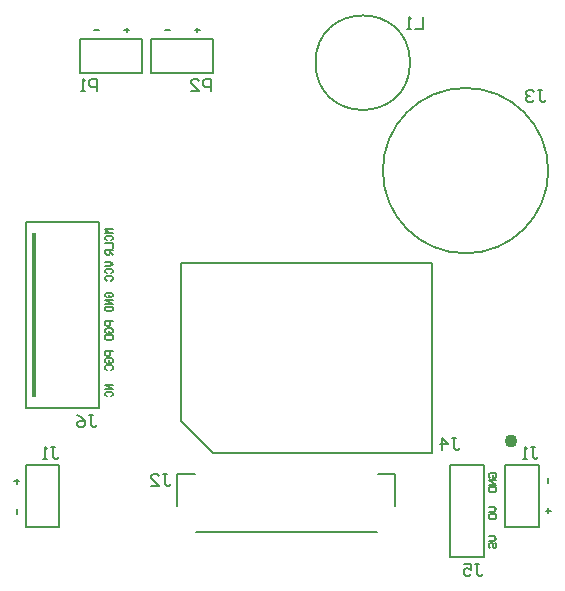
<source format=gbo>
G04 Layer_Color=32896*
%FSLAX44Y44*%
%MOMM*%
G71*
G01*
G75*
%ADD17C,0.2000*%
%ADD47C,1.1000*%
%ADD48R,0.3000X14.0000*%
%ADD49C,0.1500*%
D17*
X465000Y367000D02*
G03*
X465000Y367000I-70000J0D01*
G01*
X348000Y458400D02*
G03*
X348000Y458400I-40000J0D01*
G01*
X22776Y117462D02*
X51224D01*
Y65000D02*
Y117462D01*
X22776Y65000D02*
X51224D01*
X22776D02*
Y117462D01*
X428776Y65538D02*
X457224D01*
X428776D02*
Y118000D01*
X457224D01*
Y65538D02*
Y118000D01*
X320700Y110000D02*
X335700D01*
X150700D02*
X165700D01*
X166700Y61000D02*
X319700D01*
X150700Y83000D02*
Y110000D01*
X335700Y83000D02*
Y110000D01*
X181250Y127750D02*
X367000D01*
X154250Y154750D02*
X181250Y127750D01*
X154250Y154750D02*
Y289000D01*
X367000Y127750D02*
Y289000D01*
X154250D02*
X367000D01*
X381776Y117462D02*
X410224D01*
Y39738D02*
Y117462D01*
X381776Y39738D02*
X410224D01*
X381776D02*
Y117462D01*
X23266Y165760D02*
X84734D01*
Y323240D01*
X23266D02*
X84734D01*
X23266Y165760D02*
Y323240D01*
X121462Y449776D02*
Y478224D01*
X69000Y449776D02*
X121462D01*
X69000D02*
Y478224D01*
X121462D01*
X181462Y449776D02*
Y478224D01*
X129000Y449776D02*
X181462D01*
X129000D02*
Y478224D01*
X181462D01*
X403335Y33997D02*
X406668D01*
X405002D01*
Y25666D01*
X406668Y24000D01*
X408334D01*
X410000Y25666D01*
X393339Y33997D02*
X400003D01*
Y28998D01*
X396671Y30665D01*
X395005D01*
X393339Y28998D01*
Y25666D01*
X395005Y24000D01*
X398337D01*
X400003Y25666D01*
X456335Y434997D02*
X459668D01*
X458002D01*
Y426666D01*
X459668Y425000D01*
X461334D01*
X463000Y426666D01*
X453003Y433331D02*
X451337Y434997D01*
X448005D01*
X446339Y433331D01*
Y431665D01*
X448005Y429998D01*
X449671D01*
X448005D01*
X446339Y428332D01*
Y426666D01*
X448005Y425000D01*
X451337D01*
X453003Y426666D01*
X450085Y132997D02*
X453418D01*
X451752D01*
Y124666D01*
X453418Y123000D01*
X455084D01*
X456750Y124666D01*
X446753Y123000D02*
X443421D01*
X445087D01*
Y132997D01*
X446753Y131331D01*
X43836Y132997D02*
X47168D01*
X45502D01*
Y124666D01*
X47168Y123000D01*
X48834D01*
X50500Y124666D01*
X40503Y123000D02*
X37171D01*
X38837D01*
Y132997D01*
X40503Y131331D01*
X179500Y434250D02*
Y444247D01*
X174502D01*
X172836Y442581D01*
Y439248D01*
X174502Y437582D01*
X179500D01*
X162839Y434250D02*
X169503D01*
X162839Y440914D01*
Y442581D01*
X164505Y444247D01*
X167837D01*
X169503Y442581D01*
X82750Y434250D02*
Y444247D01*
X77752D01*
X76086Y442581D01*
Y439248D01*
X77752Y437582D01*
X82750D01*
X72753Y434250D02*
X69421D01*
X71087D01*
Y444247D01*
X72753Y442581D01*
X359000Y496997D02*
Y487000D01*
X352336D01*
X349003D02*
X345671D01*
X347337D01*
Y496997D01*
X349003Y495331D01*
X76335Y159997D02*
X79668D01*
X78001D01*
Y151666D01*
X79668Y150000D01*
X81334D01*
X83000Y151666D01*
X66339Y159997D02*
X69671Y158330D01*
X73003Y154998D01*
Y151666D01*
X71337Y150000D01*
X68005D01*
X66339Y151666D01*
Y153332D01*
X68005Y154998D01*
X73003D01*
X383586Y140247D02*
X386918D01*
X385252D01*
Y131916D01*
X386918Y130250D01*
X388584D01*
X390250Y131916D01*
X375255Y130250D02*
Y140247D01*
X380253Y135248D01*
X373589D01*
X139086Y109997D02*
X142418D01*
X140752D01*
Y101666D01*
X142418Y100000D01*
X144084D01*
X145750Y101666D01*
X129089Y100000D02*
X135753D01*
X129089Y106664D01*
Y108331D01*
X130755Y109997D01*
X134087D01*
X135753Y108331D01*
D47*
X433400Y138000D02*
D03*
D48*
X30000Y244500D02*
D03*
D49*
X15001Y80500D02*
Y76501D01*
Y106000D02*
Y102001D01*
X13002Y104001D02*
X17000D01*
X464999Y102500D02*
Y106499D01*
Y77000D02*
Y80999D01*
X466998Y78999D02*
X463000D01*
X415132Y82156D02*
X419131D01*
X421130Y80157D01*
X419131Y78157D01*
X415132D01*
Y73159D02*
Y75158D01*
X416132Y76158D01*
X420130D01*
X421130Y75158D01*
Y73159D01*
X420130Y72159D01*
X416132D01*
X415132Y73159D01*
X415002Y57500D02*
X419001D01*
X421000Y55501D01*
X419001Y53501D01*
X415002D01*
X416002Y47503D02*
X415002Y48503D01*
Y50502D01*
X416002Y51502D01*
X417001D01*
X418001Y50502D01*
Y48503D01*
X419001Y47503D01*
X420000D01*
X421000Y48503D01*
Y50502D01*
X420000Y51502D01*
X416002Y107001D02*
X415002Y108001D01*
Y110000D01*
X416002Y111000D01*
X420000D01*
X421000Y110000D01*
Y108001D01*
X420000Y107001D01*
X418001D01*
Y109001D01*
X421000Y105002D02*
X415002D01*
X421000Y101003D01*
X415002D01*
Y99004D02*
X421000D01*
Y96005D01*
X420000Y95005D01*
X416002D01*
X415002Y96005D01*
Y99004D01*
X96164Y185826D02*
X90166D01*
X96164Y181827D01*
X90166D01*
X91166Y175829D02*
X90166Y176829D01*
Y178828D01*
X91166Y179828D01*
X95164D01*
X96164Y178828D01*
Y176829D01*
X95164Y175829D01*
X96164Y214274D02*
X90166D01*
Y211275D01*
X91166Y210275D01*
X93165D01*
X94165Y211275D01*
Y214274D01*
X91166Y204277D02*
X90166Y205277D01*
Y207276D01*
X91166Y208276D01*
X95164D01*
X96164Y207276D01*
Y205277D01*
X95164Y204277D01*
X93165D01*
Y206277D01*
X91166Y198279D02*
X90166Y199279D01*
Y201278D01*
X91166Y202278D01*
X95164D01*
X96164Y201278D01*
Y199279D01*
X95164Y198279D01*
X96164Y239420D02*
X90166D01*
Y236421D01*
X91166Y235421D01*
X93165D01*
X94165Y236421D01*
Y239420D01*
X91166Y229423D02*
X90166Y230423D01*
Y232422D01*
X91166Y233422D01*
X95164D01*
X96164Y232422D01*
Y230423D01*
X95164Y229423D01*
X93165D01*
Y231423D01*
X90166Y227424D02*
X96164D01*
Y224425D01*
X95164Y223425D01*
X91166D01*
X90166Y224425D01*
Y227424D01*
X91166Y259805D02*
X90166Y260805D01*
Y262804D01*
X91166Y263804D01*
X95164D01*
X96164Y262804D01*
Y260805D01*
X95164Y259805D01*
X93165D01*
Y261805D01*
X96164Y257806D02*
X90166D01*
X96164Y253807D01*
X90166D01*
Y251808D02*
X96164D01*
Y248809D01*
X95164Y247809D01*
X91166D01*
X90166Y248809D01*
Y251808D01*
X96164Y317906D02*
X90166D01*
X92165Y315907D01*
X90166Y313907D01*
X96164D01*
X91166Y307909D02*
X90166Y308909D01*
Y310908D01*
X91166Y311908D01*
X95164D01*
X96164Y310908D01*
Y308909D01*
X95164Y307909D01*
X90166Y305910D02*
X96164D01*
Y301911D01*
Y299912D02*
X90166D01*
Y296913D01*
X91166Y295913D01*
X93165D01*
X94165Y296913D01*
Y299912D01*
Y297913D02*
X96164Y295913D01*
X90166Y289966D02*
X94165D01*
X96164Y287967D01*
X94165Y285967D01*
X90166D01*
X91166Y279969D02*
X90166Y280969D01*
Y282968D01*
X91166Y283968D01*
X95164D01*
X96164Y282968D01*
Y280969D01*
X95164Y279969D01*
X91166Y273971D02*
X90166Y274971D01*
Y276970D01*
X91166Y277970D01*
X95164D01*
X96164Y276970D01*
Y274971D01*
X95164Y273971D01*
X84500Y485999D02*
X80501D01*
X110000D02*
X106001D01*
X108001Y487998D02*
Y484000D01*
X144500Y485999D02*
X140501D01*
X170000D02*
X166001D01*
X168001Y487999D02*
Y484000D01*
M02*

</source>
